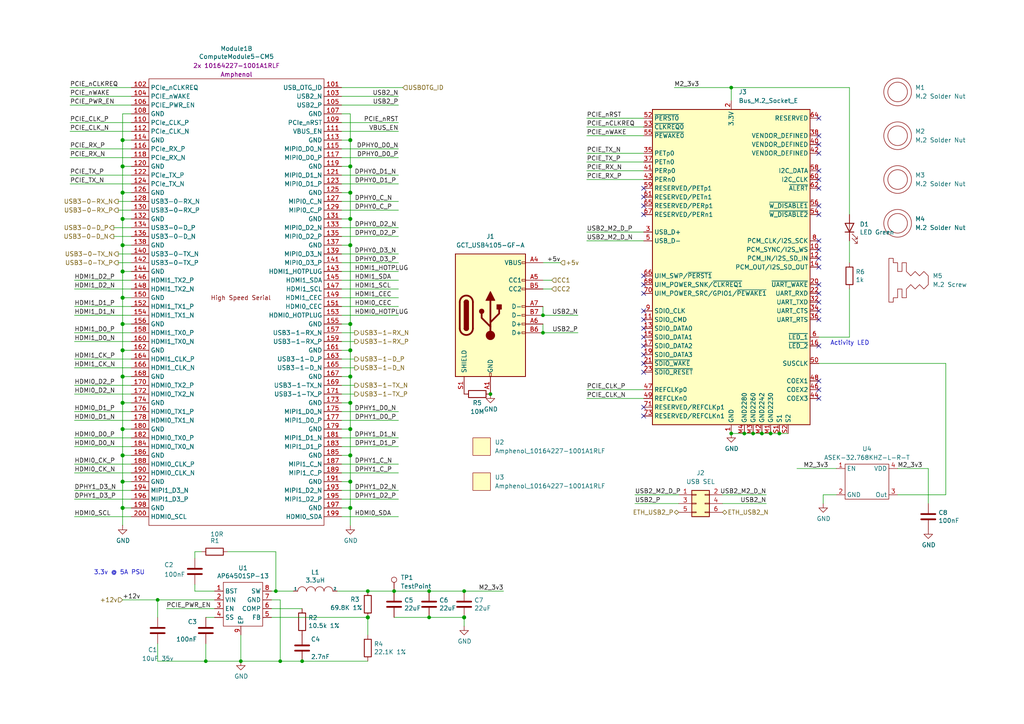
<source format=kicad_sch>
(kicad_sch (version 20250114) (generator "eeschema") (generator_version "9.0")
  (paper "A4")
  (title_block (title "Router Pi - CM5 - Highspeed") (rev "1"))
  (text "Activity LED" (at 240.792 100.33 0) (effects (font (size 1.27 1.27)) (justify left bottom)))
  (text "3.3v @ 5A PSU\n" (at 27.178 166.878 0) (effects (font (size 1.27 1.27)) (justify left bottom)))
  (junction (at 212.09 25.4))
  (junction (at 215.9 125.73))
  (junction (at 35.56 147.32) (diameter 1.016))
  (junction (at 212.09 125.73))
  (junction (at 35.56 132.08) (diameter 1.016))
  (junction (at 101.6 132.08) (diameter 1.016))
  (junction (at 81.28 191.77))
  (junction (at 226.06 125.73))
  (junction (at 35.56 71.12) (diameter 1.016))
  (junction (at 101.6 55.88) (diameter 1.016))
  (junction (at 45.72 173.99))
  (junction (at 106.68 179.07) (diameter 1.016))
  (junction (at 223.52 125.73))
  (junction (at 69.85 191.77))
  (junction (at 101.6 147.32) (diameter 1.016))
  (junction (at 134.62 179.07) (diameter 1.016))
  (junction (at 35.56 40.64) (diameter 1.016))
  (junction (at 114.3 171.45))
  (junction (at 101.6 40.64) (diameter 1.016))
  (junction (at 35.56 55.88) (diameter 1.016))
  (junction (at 101.6 101.6) (diameter 1.016))
  (junction (at 101.6 124.46) (diameter 1.016))
  (junction (at 220.98 125.73))
  (junction (at 124.46 171.45))
  (junction (at 35.56 78.74) (diameter 1.016))
  (junction (at 101.6 116.84) (diameter 1.016))
  (junction (at 142.24 114.3))
  (junction (at 124.46 179.07))
  (junction (at 35.56 48.26) (diameter 1.016))
  (junction (at 134.62 171.45))
  (junction (at 157.48 96.52))
  (junction (at 101.6 63.5) (diameter 1.016))
  (junction (at 101.6 48.26) (diameter 1.016))
  (junction (at 35.56 139.7) (diameter 1.016))
  (junction (at 101.6 139.7) (diameter 1.016))
  (junction (at 157.48 91.44))
  (junction (at 101.6 93.98) (diameter 1.016))
  (junction (at 35.56 101.6) (diameter 1.016))
  (junction (at 106.68 171.45))
  (junction (at 80.01 171.45))
  (junction (at 218.44 125.73))
  (junction (at 35.56 116.84) (diameter 1.016))
  (junction (at 59.69 191.77))
  (junction (at 35.56 86.36) (diameter 1.016))
  (junction (at 101.6 71.12) (diameter 1.016))
  (junction (at 101.6 109.22) (diameter 1.016))
  (junction (at 35.56 63.5) (diameter 1.016))
  (junction (at 35.56 93.98) (diameter 1.016))
  (junction (at 87.63 191.77))
  (junction (at 35.56 124.46) (diameter 1.016))
  (junction (at 35.56 109.22) (diameter 1.016))
  (no_connect (at 237.49 92.71))
  (no_connect (at 237.49 82.55))
  (no_connect (at 186.69 59.69))
  (no_connect (at 186.69 80.01))
  (no_connect (at 237.49 39.37))
  (no_connect (at 237.49 77.47))
  (no_connect (at 186.69 92.71))
  (no_connect (at 237.49 113.03))
  (no_connect (at 186.69 107.95))
  (no_connect (at 186.69 105.41))
  (no_connect (at 186.69 90.17))
  (no_connect (at 186.69 95.25))
  (no_connect (at 186.69 54.61))
  (no_connect (at 237.49 110.49))
  (no_connect (at 237.49 62.23))
  (no_connect (at 186.69 100.33))
  (no_connect (at 186.69 82.55))
  (no_connect (at 237.49 59.69))
  (no_connect (at 186.69 102.87))
  (no_connect (at 237.49 54.61))
  (no_connect (at 237.49 52.07))
  (no_connect (at 237.49 87.63))
  (no_connect (at 237.49 49.53))
  (no_connect (at 186.69 57.15))
  (no_connect (at 237.49 34.29))
  (no_connect (at 237.49 41.91))
  (no_connect (at 237.49 85.09))
  (no_connect (at 237.49 90.17))
  (no_connect (at 186.69 85.09))
  (no_connect (at 237.49 100.33))
  (no_connect (at 186.69 97.79))
  (no_connect (at 237.49 69.85))
  (no_connect (at 237.49 72.39))
  (no_connect (at 237.49 44.45))
  (no_connect (at 186.69 118.11))
  (no_connect (at 186.69 120.65))
  (no_connect (at 237.49 115.57))
  (no_connect (at 237.49 74.93))
  (no_connect (at 186.69 62.23))
  (wire (pts (xy 99.06 144.78) (xy 115.57 144.78)))
  (wire (pts (xy 45.72 191.77) (xy 45.72 186.69)))
  (wire (pts (xy 212.09 125.73) (xy 215.9 125.73)))
  (wire (pts (xy 21.59 111.76) (xy 38.1 111.76)))
  (wire (pts (xy 21.59 142.24) (xy 38.1 142.24)))
  (wire (pts (xy 99.06 38.1) (xy 115.57 38.1)))
  (wire (pts (xy 35.56 63.5) (xy 35.56 71.12)))
  (wire (pts (xy 157.48 88.9) (xy 157.48 91.44)))
  (wire (pts (xy 35.56 139.7) (xy 35.56 147.32)))
  (wire (pts (xy 81.28 173.99) (xy 81.28 191.77)))
  (wire (pts (xy 35.56 33.02) (xy 35.56 40.64)))
  (wire (pts (xy 35.56 86.36) (xy 35.56 93.98)))
  (wire (pts (xy 21.59 119.38) (xy 38.1 119.38)))
  (wire (pts (xy 195.58 25.4) (xy 212.09 25.4)))
  (wire (pts (xy 170.18 49.53) (xy 186.69 49.53)))
  (wire (pts (xy 246.38 62.23) (xy 246.38 25.4)))
  (wire (pts (xy 35.56 71.12) (xy 35.56 78.74)))
  (wire (pts (xy 35.56 101.6) (xy 35.56 109.22)))
  (wire (pts (xy 101.6 48.26) (xy 101.6 40.64)))
  (wire (pts (xy 56.515 161.925) (xy 56.515 160.02)))
  (wire (pts (xy 99.06 30.48) (xy 115.57 30.48)))
  (wire (pts (xy 35.56 86.36) (xy 38.1 86.36)))
  (wire (pts (xy 184.15 143.51) (xy 196.85 143.51)))
  (wire (pts (xy 114.3 179.07) (xy 124.46 179.07)))
  (wire (pts (xy 45.72 173.99) (xy 45.72 179.07)))
  (wire (pts (xy 170.18 39.37) (xy 186.69 39.37)))
  (wire (pts (xy 209.55 146.05) (xy 222.25 146.05)))
  (wire (pts (xy 35.56 109.22) (xy 35.56 116.84)))
  (wire (pts (xy 35.56 48.26) (xy 35.56 55.88)))
  (wire (pts (xy 35.56 132.08) (xy 38.1 132.08)))
  (wire (pts (xy 101.6 71.12) (xy 101.6 63.5)))
  (wire (pts (xy 99.06 119.38) (xy 115.57 119.38)))
  (wire (pts (xy 170.18 115.57) (xy 186.69 115.57)))
  (wire (pts (xy 20.32 38.1) (xy 38.1 38.1)))
  (wire (pts (xy 59.69 186.69) (xy 59.69 191.77)))
  (wire (pts (xy 35.56 109.22) (xy 38.1 109.22)))
  (wire (pts (xy 38.1 147.32) (xy 35.56 147.32)))
  (wire (pts (xy 99.06 101.6) (xy 101.6 101.6)))
  (wire (pts (xy 35.56 55.88) (xy 35.56 63.5)))
  (wire (pts (xy 21.59 114.3) (xy 38.1 114.3)))
  (wire (pts (xy 170.18 36.83) (xy 186.69 36.83)))
  (wire (pts (xy 20.32 27.94) (xy 38.1 27.94)))
  (wire (pts (xy 220.98 125.73) (xy 223.52 125.73)))
  (wire (pts (xy 99.06 40.64) (xy 101.6 40.64)))
  (wire (pts (xy 80.01 160.02) (xy 80.01 171.45)))
  (wire (pts (xy 106.68 191.77) (xy 87.63 191.77)))
  (wire (pts (xy 34.29 73.66) (xy 38.1 73.66)))
  (wire (pts (xy 80.01 171.45) (xy 85.09 171.45)))
  (wire (pts (xy 21.59 127) (xy 38.1 127)))
  (wire (pts (xy 231.14 135.89) (xy 242.57 135.89)))
  (wire (pts (xy 170.18 34.29) (xy 186.69 34.29)))
  (wire (pts (xy 33.02 66.04) (xy 38.1 66.04)))
  (wire (pts (xy 101.6 124.46) (xy 101.6 132.08)))
  (wire (pts (xy 134.62 171.45) (xy 146.05 171.45)))
  (wire (pts (xy 99.06 149.86) (xy 115.57 149.86)))
  (wire (pts (xy 246.38 25.4) (xy 212.09 25.4)))
  (wire (pts (xy 101.6 116.84) (xy 101.6 124.46)))
  (wire (pts (xy 99.06 86.36) (xy 115.57 86.36)))
  (wire (pts (xy 209.55 143.51) (xy 222.25 143.51)))
  (wire (pts (xy 21.59 129.54) (xy 38.1 129.54)))
  (wire (pts (xy 56.515 171.45) (xy 62.23 171.45)))
  (wire (pts (xy 99.06 78.74) (xy 115.57 78.74)))
  (wire (pts (xy 34.29 76.2) (xy 38.1 76.2)))
  (wire (pts (xy 97.79 171.45) (xy 106.68 171.45)))
  (wire (pts (xy 101.6 147.32) (xy 101.6 152.4)))
  (wire (pts (xy 99.06 50.8) (xy 115.57 50.8)))
  (wire (pts (xy 56.515 169.545) (xy 56.515 171.45)))
  (wire (pts (xy 38.1 43.18) (xy 20.32 43.18)))
  (wire (pts (xy 99.06 76.2) (xy 115.57 76.2)))
  (wire (pts (xy 20.32 30.48) (xy 38.1 30.48)))
  (wire (pts (xy 99.06 132.08) (xy 101.6 132.08)))
  (wire (pts (xy 48.26 176.53) (xy 62.23 176.53)))
  (wire (pts (xy 20.32 53.34) (xy 38.1 53.34)))
  (wire (pts (xy 157.48 96.52) (xy 167.64 96.52)))
  (wire (pts (xy 99.06 88.9) (xy 115.57 88.9)))
  (wire (pts (xy 35.56 63.5) (xy 38.1 63.5)))
  (wire (pts (xy 99.06 99.06) (xy 102.87 99.06)))
  (wire (pts (xy 99.06 48.26) (xy 101.6 48.26)))
  (wire (pts (xy 124.46 179.07) (xy 134.62 179.07)))
  (wire (pts (xy 21.59 99.06) (xy 38.1 99.06)))
  (wire (pts (xy 106.68 179.07) (xy 106.68 184.15)))
  (wire (pts (xy 78.74 173.99) (xy 81.28 173.99)))
  (wire (pts (xy 274.32 105.41) (xy 274.32 143.51)))
  (wire (pts (xy 38.1 45.72) (xy 20.32 45.72)))
  (wire (pts (xy 170.18 69.85) (xy 186.69 69.85)))
  (wire (pts (xy 101.6 93.98) (xy 101.6 101.6)))
  (wire (pts (xy 226.06 125.73) (xy 228.6 125.73)))
  (wire (pts (xy 35.56 116.84) (xy 35.56 124.46)))
  (wire (pts (xy 69.85 191.77) (xy 81.28 191.77)))
  (wire (pts (xy 21.59 83.82) (xy 38.1 83.82)))
  (wire (pts (xy 35.56 40.64) (xy 38.1 40.64)))
  (wire (pts (xy 38.1 139.7) (xy 35.56 139.7)))
  (wire (pts (xy 99.06 73.66) (xy 115.57 73.66)))
  (wire (pts (xy 237.49 105.41) (xy 274.32 105.41)))
  (wire (pts (xy 170.18 113.03) (xy 186.69 113.03)))
  (wire (pts (xy 99.06 45.72) (xy 115.57 45.72)))
  (wire (pts (xy 78.74 171.45) (xy 80.01 171.45)))
  (wire (pts (xy 21.59 134.62) (xy 38.1 134.62)))
  (wire (pts (xy 35.56 124.46) (xy 38.1 124.46)))
  (wire (pts (xy 124.46 171.45) (xy 134.62 171.45)))
  (wire (pts (xy 81.28 191.77) (xy 87.63 191.77)))
  (wire (pts (xy 99.06 68.58) (xy 115.57 68.58)))
  (wire (pts (xy 99.06 55.88) (xy 101.6 55.88)))
  (wire (pts (xy 99.06 58.42) (xy 115.57 58.42)))
  (wire (pts (xy 99.06 116.84) (xy 101.6 116.84)))
  (wire (pts (xy 170.18 52.07) (xy 186.69 52.07)))
  (wire (pts (xy 99.06 93.98) (xy 101.6 93.98)))
  (wire (pts (xy 78.74 179.07) (xy 106.68 179.07)))
  (wire (pts (xy 20.32 35.56) (xy 38.1 35.56)))
  (wire (pts (xy 101.6 139.7) (xy 101.6 147.32)))
  (wire (pts (xy 101.6 55.88) (xy 101.6 48.26)))
  (wire (pts (xy 20.32 25.4) (xy 38.1 25.4)))
  (wire (pts (xy 218.44 125.73) (xy 220.98 125.73)))
  (wire (pts (xy 106.68 171.45) (xy 114.3 171.45)))
  (wire (pts (xy 59.69 191.77) (xy 69.85 191.77)))
  (wire (pts (xy 99.06 134.62) (xy 115.57 134.62)))
  (wire (pts (xy 99.06 91.44) (xy 115.57 91.44)))
  (wire (pts (xy 212.09 25.4) (xy 212.09 29.21)))
  (wire (pts (xy 20.32 50.8) (xy 38.1 50.8)))
  (wire (pts (xy 99.06 66.04) (xy 115.57 66.04)))
  (wire (pts (xy 246.38 69.85) (xy 246.38 76.2)))
  (wire (pts (xy 21.59 88.9) (xy 38.1 88.9)))
  (wire (pts (xy 101.6 109.22) (xy 101.6 116.84)))
  (wire (pts (xy 69.85 184.15) (xy 69.85 191.77)))
  (wire (pts (xy 246.38 83.82) (xy 246.38 97.79)))
  (wire (pts (xy 238.76 146.05) (xy 238.76 143.51)))
  (wire (pts (xy 99.06 43.18) (xy 115.57 43.18)))
  (wire (pts (xy 38.1 106.68) (xy 21.59 106.68)))
  (wire (pts (xy 35.56 93.98) (xy 38.1 93.98)))
  (wire (pts (xy 35.56 116.84) (xy 38.1 116.84)))
  (wire (pts (xy 99.06 63.5) (xy 101.6 63.5)))
  (wire (pts (xy 38.1 33.02) (xy 35.56 33.02)))
  (wire (pts (xy 215.9 125.73) (xy 218.44 125.73)))
  (wire (pts (xy 59.69 179.07) (xy 62.23 179.07)))
  (wire (pts (xy 160.02 81.28) (xy 157.48 81.28)))
  (wire (pts (xy 170.18 67.31) (xy 186.69 67.31)))
  (wire (pts (xy 21.59 144.78) (xy 38.1 144.78)))
  (wire (pts (xy 99.06 142.24) (xy 115.57 142.24)))
  (wire (pts (xy 238.76 143.51) (xy 242.57 143.51)))
  (wire (pts (xy 35.56 71.12) (xy 38.1 71.12)))
  (wire (pts (xy 35.56 124.46) (xy 35.56 132.08)))
  (wire (pts (xy 99.06 60.96) (xy 115.57 60.96)))
  (wire (pts (xy 99.06 127) (xy 115.57 127)))
  (wire (pts (xy 160.02 83.82) (xy 157.48 83.82)))
  (wire (pts (xy 45.72 173.99) (xy 62.23 173.99)))
  (wire (pts (xy 35.56 101.6) (xy 38.1 101.6)))
  (wire (pts (xy 269.24 146.05) (xy 269.24 135.89)))
  (wire (pts (xy 34.29 60.96) (xy 38.1 60.96)))
  (wire (pts (xy 99.06 124.46) (xy 101.6 124.46)))
  (wire (pts (xy 35.56 55.88) (xy 38.1 55.88)))
  (wire (pts (xy 223.52 125.73) (xy 226.06 125.73)))
  (wire (pts (xy 99.06 96.52) (xy 102.87 96.52)))
  (wire (pts (xy 21.59 96.52) (xy 38.1 96.52)))
  (wire (pts (xy 21.59 149.86) (xy 38.1 149.86)))
  (wire (pts (xy 99.06 109.22) (xy 101.6 109.22)))
  (wire (pts (xy 99.06 81.28) (xy 115.57 81.28)))
  (wire (pts (xy 99.06 53.34) (xy 115.57 53.34)))
  (wire (pts (xy 21.59 91.44) (xy 38.1 91.44)))
  (wire (pts (xy 35.56 173.99) (xy 45.72 173.99)))
  (wire (pts (xy 35.56 132.08) (xy 35.56 139.7)))
  (wire (pts (xy 99.06 129.54) (xy 115.57 129.54)))
  (wire (pts (xy 99.06 27.94) (xy 115.57 27.94)))
  (wire (pts (xy 34.29 58.42) (xy 38.1 58.42)))
  (wire (pts (xy 101.6 40.64) (xy 101.6 33.02)))
  (wire (pts (xy 101.6 63.5) (xy 101.6 55.88)))
  (wire (pts (xy 186.69 44.45) (xy 170.18 44.45)))
  (wire (pts (xy 157.48 93.98) (xy 157.48 96.52)))
  (wire (pts (xy 134.62 179.07) (xy 134.62 181.61)))
  (wire (pts (xy 99.06 104.14) (xy 102.87 104.14)))
  (wire (pts (xy 21.59 104.14) (xy 38.1 104.14)))
  (wire (pts (xy 246.38 97.79) (xy 237.49 97.79)))
  (wire (pts (xy 99.06 106.68) (xy 102.87 106.68)))
  (wire (pts (xy 35.56 78.74) (xy 38.1 78.74)))
  (wire (pts (xy 101.6 132.08) (xy 101.6 139.7)))
  (wire (pts (xy 35.56 48.26) (xy 38.1 48.26)))
  (wire (pts (xy 99.06 35.56) (xy 115.57 35.56)))
  (wire (pts (xy 99.06 121.92) (xy 115.57 121.92)))
  (wire (pts (xy 101.6 71.12) (xy 101.6 93.98)))
  (wire (pts (xy 35.56 93.98) (xy 35.56 101.6)))
  (wire (pts (xy 269.24 135.89) (xy 260.35 135.89)))
  (wire (pts (xy 99.06 71.12) (xy 101.6 71.12)))
  (wire (pts (xy 33.02 68.58) (xy 38.1 68.58)))
  (wire (pts (xy 99.06 114.3) (xy 102.87 114.3)))
  (wire (pts (xy 157.48 91.44) (xy 167.64 91.44)))
  (wire (pts (xy 101.6 33.02) (xy 99.06 33.02)))
  (wire (pts (xy 56.515 160.02) (xy 58.42 160.02)))
  (wire (pts (xy 66.04 160.02) (xy 80.01 160.02)))
  (wire (pts (xy 45.72 191.77) (xy 59.69 191.77)))
  (wire (pts (xy 21.59 81.28) (xy 38.1 81.28)))
  (wire (pts (xy 101.6 101.6) (xy 101.6 109.22)))
  (wire (pts (xy 21.59 121.92) (xy 38.1 121.92)))
  (wire (pts (xy 99.06 83.82) (xy 115.57 83.82)))
  (wire (pts (xy 35.56 78.74) (xy 35.56 86.36)))
  (wire (pts (xy 184.15 146.05) (xy 196.85 146.05)))
  (wire (pts (xy 35.56 147.32) (xy 35.56 152.4)))
  (wire (pts (xy 87.63 176.53) (xy 78.74 176.53)))
  (wire (pts (xy 170.18 46.99) (xy 186.69 46.99)))
  (wire (pts (xy 99.06 147.32) (xy 101.6 147.32)))
  (wire (pts (xy 35.56 40.64) (xy 35.56 48.26)))
  (wire (pts (xy 99.06 139.7) (xy 101.6 139.7)))
  (wire (pts (xy 21.59 137.16) (xy 38.1 137.16)))
  (wire (pts (xy 114.3 171.45) (xy 124.46 171.45)))
  (wire (pts (xy 99.06 137.16) (xy 115.57 137.16)))
  (wire (pts (xy 274.32 143.51) (xy 260.35 143.51)))
  (wire (pts (xy 99.06 111.76) (xy 102.87 111.76)))
  (wire (pts (xy 116.84 25.4) (xy 99.06 25.4)))
  (wire (pts (xy 162.56 76.2) (xy 157.48 76.2)))
  (label "HDMI0_D1_N" (at 21.59 121.92 0))
  (label "DPHY1_D3_P" (at 21.59 144.78 0))
  (label "PCIE_nCLKREQ" (at 170.18 36.83 0))
  (label "DPHY0_D1_P" (at 114.935 53.34 180))
  (label "M2_3v3" (at 195.58 25.4 0))
  (label "HDMI1_CEC" (at 102.87 86.36 0))
  (label "VBUS_EN" (at 115.57 38.1 180))
  (label "USB2_M2_D_N" (at 222.25 143.51 180))
  (label "PCIE_CLK_N" (at 170.18 115.57 0))
  (label "DPHY0_D0_P" (at 115.57 45.72 180))
  (label "DPHY1_C_N" (at 102.87 134.62 0))
  (label "PCIE_TX_P" (at 170.18 46.99 0))
  (label "USB2_P" (at 115.57 30.48 180))
  (label "HDMI1_D1_P" (at 21.59 88.9 0))
  (label "USB2_N" (at 222.25 146.05 180))
  (label "+5v" (at 162.56 76.2 180))
  (label "HDMI0_D2_P" (at 21.59 111.76 0))
  (label "DPHY1_D2_N" (at 102.87 142.24 0))
  (label "USB2_P" (at 167.64 96.52 180))
  (label "PCIE_RX_N" (at 20.32 45.72 0))
  (label "HDMI0_CK_P" (at 21.59 134.62 0))
  (label "HDMI1_D0_P" (at 21.59 96.52 0))
  (label "+12v" (at 35.56 173.99 0))
  (label "USB2_M2_D_P" (at 170.18 67.31 0))
  (label "DPHY0_D3_P" (at 114.935 76.2 180))
  (label "PCIE_TX_N" (at 170.18 44.45 0))
  (label "PCIE_CLK_P" (at 20.32 35.56 0))
  (label "PCIE_nWAKE" (at 20.32 27.94 0))
  (label "HDMI1_D2_N" (at 21.59 83.82 0))
  (label "DPHY0_C_P" (at 102.87 60.96 0))
  (label "USB2_N" (at 167.64 91.44 180))
  (label "DPHY1_C_P" (at 102.87 137.16 0))
  (label "HDMI0_CK_N" (at 21.59 137.16 0))
  (label "HDMI0_CEC" (at 102.87 88.9 0))
  (label "HDMI0_D2_N" (at 21.59 114.3 0))
  (label "HDMI1_D0_N" (at 21.59 99.06 0))
  (label "DPHY1_D1_N" (at 114.935 127 180))
  (label "PCIE_PWR_EN" (at 48.26 176.53 0))
  (label "USB2_N" (at 115.57 27.94 180))
  (label "PCIE_TX_N" (at 20.32 53.34 0))
  (label "DPHY0_D2_N" (at 102.87 66.04 0))
  (label "PCIE_TX_P" (at 20.32 50.8 0))
  (label "HDMI0_D1_P" (at 21.59 119.38 0))
  (label "M2_3v3" (at 146.05 171.45 180))
  (label "DPHY0_D3_N" (at 114.935 73.66 180))
  (label "HDMI0_D0_P" (at 21.59 127 0))
  (label "USB2_M2_D_N" (at 170.18 69.85 0))
  (label "DPHY0_D2_P" (at 102.87 68.58 0))
  (label "HDMI1_D1_N" (at 21.59 91.44 0))
  (label "PCIE_PWR_EN" (at 20.32 30.48 0))
  (label "PCIE_nWAKE" (at 170.18 39.37 0))
  (label "DPHY0_D1_N" (at 114.935 50.8 180))
  (label "PCIE_nCLKREQ" (at 20.32 25.4 0))
  (label "USB2_P" (at 184.15 146.05 0))
  (label "HDMI1_CK_P" (at 21.59 104.14 0))
  (label "HDMI1_HOTPLUG" (at 102.87 78.74 0))
  (label "HDMI1_SCL" (at 102.87 83.82 0))
  (label "PCIE_CLK_N" (at 20.32 38.1 0))
  (label "HDMI0_SCL" (at 21.59 149.86 0))
  (label "DPHY1_D0_N" (at 114.935 119.38 180))
  (label "DPHY1_D0_P" (at 114.935 121.92 180))
  (label "PCIE_RX_N" (at 170.18 49.53 0))
  (label "DPHY1_D2_P" (at 102.87 144.78 0))
  (label "PCIE_nRST" (at 115.57 35.56 180))
  (label "PCIE_CLK_P" (at 170.18 113.03 0))
  (label "DPHY1_D1_P" (at 114.935 129.54 180))
  (label "M2_3v3" (at 233.045 135.89 0))
  (label "HDMI1_D2_P" (at 21.59 81.28 0))
  (label "HDMI0_HOTPLUG" (at 102.87 91.44 0))
  (label "DPHY0_D0_N" (at 115.57 43.18 180))
  (label "HDMI0_D0_N" (at 21.59 129.54 0))
  (label "M2_3v3" (at 260.35 135.89 0))
  (label "HDMI0_SDA" (at 102.87 149.86 0))
  (label "PCIE_RX_P" (at 20.32 43.18 0))
  (label "PCIE_RX_P" (at 170.18 52.07 0))
  (label "HDMI1_CK_N" (at 21.59 106.68 0))
  (label "USB2_M2_D_P" (at 184.15 143.51 0))
  (label "DPHY0_C_N" (at 102.87 58.42 0))
  (label "DPHY1_D3_N" (at 21.59 142.24 0))
  (label "PCIE_nRST" (at 170.18 34.29 0))
  (label "HDMI1_SDA" (at 102.87 81.28 0))
  (hierarchical_label "USB3-0-TX_P" (shape output) (at 34.29 76.2 180))
  (hierarchical_label "USBOTG_ID" (shape input) (at 116.84 25.4 0))
  (hierarchical_label "CC2" (shape input) (at 160.02 83.82 0))
  (hierarchical_label "+12v" (shape input) (at 35.56 173.99 180))
  (hierarchical_label "USB3-1-RX_N" (shape output) (at 102.87 96.52 0))
  (hierarchical_label "USB3-1-TX_P" (shape output) (at 102.87 114.3 0))
  (hierarchical_label "+5v" (shape input) (at 162.56 76.2 0))
  (hierarchical_label "USB3-1-D_N" (shape output) (at 102.87 106.68 0))
  (hierarchical_label "USB3-1-TX_N" (shape output) (at 102.87 111.76 0))
  (hierarchical_label "USB3-1-RX_P" (shape output) (at 102.87 99.06 0))
  (hierarchical_label "CC1" (shape input) (at 160.02 81.28 0))
  (hierarchical_label "USB3-0-D_N" (shape output) (at 33.02 68.58 180))
  (hierarchical_label "USB3-0-TX_N" (shape output) (at 34.29 73.66 180))
  (hierarchical_label "ETH_USB2_P" (shape bidirectional) (at 196.85 148.59 180))
  (hierarchical_label "USB3-0-D_P" (shape output) (at 33.02 66.04 180))
  (hierarchical_label "USB3-1-D_P" (shape output) (at 102.87 104.14 0))
  (hierarchical_label "USB3-0-RX_P" (shape output) (at 34.29 60.96 180))
  (hierarchical_label "ETH_USB2_N" (shape bidirectional) (at 209.55 148.59 0))
  (hierarchical_label "USB3-0-RX_N" (shape output) (at 34.29 58.42 180))
  (symbol (lib_id "power:GND") (at 101.6 152.4 0) (unit 1)
    (property "Reference" "#PWR03" (effects (hide yes)))
    (property "Value" "GND" (at 101.727 156.7942 0))
    (property "Description" "Power symbol creates a global label with name \"GND\" , ground" (effects (hide yes)))
  )
  (symbol (lib_id "power:GND") (at 35.56 152.4 0) (unit 1)
    (property "Reference" "#PWR01" (effects (hide yes)))
    (property "Value" "GND" (at 35.687 156.7942 0))
    (property "Description" "Power symbol creates a global label with name \"GND\" , ground" (effects (hide yes)))
  )
  (symbol (lib_id "CM5IO:ComputeModule5-CM5") (at -71.12 86.36 0) (unit 2)
    (property "Reference" "Module1" (at 68.58 14.097 0))
    (property "Value" "ComputeModule5-CM5" (at 68.58 16.4084 0))
    (property "Footprint" "CM5IO:Raspberry-Pi-5-Compute-Module" (effects (hide yes)))
    (property "Description" "RaspberryPi Compute module 5" (effects (hide yes)))
    (property "Field4" "Amphenol" (at 68.58 21.59 0))
    (property "Field5" "2x 10164227-1001A1RLF" (at 68.58 19.05 0))
    (property "Field6" "2x 10164227-1001A1RLF" (effects (hide yes)))
    (property "Field7" "Hirose" (effects (hide yes)))
    (property "Part Description" "	100 Position Connector Receptacle, Center Strip Contacts Surface Mount Gold" (effects (hide yes)))
  )
  (symbol (lib_id "Device:R") (at 106.68 187.96 0) (unit 1)
    (property "Reference" "R4" (at 108.458 186.7916 0) (effects (justify left)))
    (property "Value" "22.1K 1%" (at 108.458 189.103 0) (effects (justify left)))
    (property "Footprint" "Resistor_SMD:R_0603_1608Metric_Pad0.98x0.95mm_HandSolder" (effects (hide yes)))
    (property "Datasheet" "https://fscdn.rohm.com/en/products/databook/datasheet/passive/resistor/chip_resistor/mcr-e.pdf" (effects (hide yes)))
    (property "Field4" "Farnell" (effects (hide yes)))
    (property "Field5" "9239278" (effects (hide yes)))
    (property "Field6" "RK73G1ETQTP2201D         " (effects (hide yes)))
    (property "Field7" "KOA EUROPE GMBH" (effects (hide yes)))
    (property "Part Description" "Resistor 2.2K M1005 1% 63mW" (effects (hide yes)))
    (property "Field8" "120889581" (effects (hide yes)))
  )
  (symbol (lib_id "Device:C") (at 114.3 175.26 0) (unit 1)
    (property "Reference" "C5" (at 117.221 174.0916 0) (effects (justify left)))
    (property "Value" "22uF" (at 117.221 176.403 0) (effects (justify left)))
    (property "Footprint" "Capacitor_SMD:C_0805_2012Metric" (effects (hide yes)))
    (property "Datasheet" "https://search.murata.co.jp/Ceramy/image/img/A01X/G101/ENG/GRM21BR71A106KA73-01.pdf" (effects (hide yes)))
    (property "Field5" "490-14381-1-ND" (effects (hide yes)))
    (property "Field4" "Digikey" (effects (hide yes)))
    (property "Field6" "GRM21BR71A106KA73L" (effects (hide yes)))
    (property "Field7" "Murata" (effects (hide yes)))
    (property "Part Description" "	10uF 10% 10V Ceramic Capacitor X7R 0805 (2012 Metric)" (effects (hide yes)))
    (property "Field8" "111893011" (effects (hide yes)))
  )
  (symbol (lib_id "Device:C") (at 45.72 182.88 0) (unit 1)
    (property "Reference" "C1" (at 42.926 188.468 0) (effects (justify left)))
    (property "Value" "10uF 35v" (at 41.148 191.008 0) (effects (justify left)))
    (property "Footprint" "Capacitor_SMD:C_0805_2012Metric" (effects (hide yes)))
    (property "Datasheet" "https://www.murata.com/en-global/products/productdetail.aspx?partno=GRM21BC8YA106ME11%23" (effects (hide yes)))
    (property "Field5" "490-10505-1-ND" (effects (hide yes)))
    (property "Field4" "Digikey" (effects (hide yes)))
    (property "Field6" "GRM21BC8YA106KE11L " (effects (hide yes)))
    (property "Field7" "Murata" (effects (hide yes)))
    (property "Part Description" "	10uF 10% or 20% 35V Ceramic Capacitor X6S 0805 (2012 Metric)" (effects (hide yes)))
  )
  (symbol (lib_id "Device:C") (at 134.62 175.26 0) (unit 1)
    (property "Reference" "C7" (at 137.541 174.0916 0) (effects (justify left)))
    (property "Value" "22uF" (at 137.541 176.403 0) (effects (justify left)))
    (property "Footprint" "Capacitor_SMD:C_0805_2012Metric" (effects (hide yes)))
    (property "Datasheet" "https://search.murata.co.jp/Ceramy/image/img/A01X/G101/ENG/GRM21BR71A106KA73-01.pdf" (effects (hide yes)))
    (property "Field5" "490-14381-1-ND" (effects (hide yes)))
    (property "Field4" "Digikey" (effects (hide yes)))
    (property "Field6" "GRM21BR71A106KA73L" (effects (hide yes)))
    (property "Field7" "Murata" (effects (hide yes)))
    (property "Part Description" "	10uF 10% 10V Ceramic Capacitor X7R 0805 (2012 Metric)" (effects (hide yes)))
    (property "Field8" "111893011" (effects (hide yes)))
  )
  (symbol (lib_id "pspice:INDUCTOR") (at 91.44 171.45 0) (unit 1)
    (property "Reference" "L1" (at 91.44 165.989 0))
    (property "Value" "3.3uH" (at 91.44 168.3004 0))
    (property "Footprint" "Inductor_SMD:L_Bourns_SRN8040TA" (effects (hide yes)))
    (property "Field4" "Farnell" (effects (hide yes)))
    (property "Field5" "2616889" (effects (hide yes)))
    (property "Field6" "SRN6045TA-3R3Y" (effects (hide yes)))
    (property "Field7" "Bourns" (effects (hide yes)))
    (property "Part Description" "3.3µH Semi-Shielded Wirewound Inductor 7.8A 21mOhm Nonstandard" (effects (hide yes)))
  )
  (symbol (lib_id "ROUTER-PI:Amphenol_10164227-1001A1RLF") (at 139.7 129.54 0) (unit 1)
    (property "Reference" "U2" (at 143.51 128.2699 0) (effects (justify left)))
    (property "Value" "Amphenol_10164227-1001A1RLF" (at 143.51 130.8099 0) (effects (justify left)))
    (property "Footprint" "RouterPi:Amphenol_10164227-1001A1RLF_placeholder" (effects (hide yes)))
  )
  (symbol (lib_id "power:GND") (at 134.62 181.61 0) (unit 1)
    (property "Reference" "#PWR04" (effects (hide yes)))
    (property "Value" "GND" (at 134.747 186.0042 0))
  )
  (symbol (lib_id "CM5IO:SolderNut") (at 260.35 52.07 0) (unit 1) (exclude_from_sim yes) (on_board no)
    (property "Reference" "M3" (at 265.43 50.7999 0) (effects (justify left)))
    (property "Value" "M.2 Solder Nut" (at 265.43 53.3399 0) (effects (justify left)))
    (property "Part Description" "Solder nut for M.2 slot" (effects (hide yes)))
  )
  (symbol (lib_id "power:GND") (at 142.24 114.3 0) (unit 1)
    (property "Reference" "#PWR05" (effects (hide yes)))
    (property "Value" "GND" (at 142.367 118.6942 0))
    (property "Description" "Power symbol creates a global label with name \"GND\" , ground" (effects (hide yes)))
  )
  (symbol (lib_id "Device:C") (at 124.46 175.26 0) (unit 1)
    (property "Reference" "C6" (at 127.381 174.0916 0) (effects (justify left)))
    (property "Value" "22uF" (at 127.381 176.403 0) (effects (justify left)))
    (property "Footprint" "Capacitor_SMD:C_0805_2012Metric" (effects (hide yes)))
    (property "Datasheet" "https://search.murata.co.jp/Ceramy/image/img/A01X/G101/ENG/GRM21BR71A106KA73-01.pdf" (effects (hide yes)))
    (property "Field5" "490-14381-1-ND" (effects (hide yes)))
    (property "Field4" "Digikey" (effects (hide yes)))
    (property "Field6" "GRM21BR71A106KA73L" (effects (hide yes)))
    (property "Field7" "Murata" (effects (hide yes)))
    (property "Part Description" "	10uF 10% 10V Ceramic Capacitor X7R 0805 (2012 Metric)" (effects (hide yes)))
    (property "Field8" "111893011" (effects (hide yes)))
  )
  (symbol (lib_id "Device:C") (at 59.69 182.88 0) (mirror y) (unit 1)
    (property "Reference" "C3" (at 57.15 180.34 0) (effects (justify left)))
    (property "Value" "100nF" (at 57.15 185.42 0) (effects (justify left)))
    (property "Footprint" "Capacitor_SMD:C_0603_1608Metric_Pad1.08x0.95mm_HandSolder" (effects (hide yes)))
    (property "Datasheet" "https://search.murata.co.jp/Ceramy/image/img/A01X/G101/ENG/GRM155R71C104KA88-01.pdf" (effects (hide yes)))
    (property "Field4" "Farnell" (effects (hide yes)))
    (property "Field5" "2611911" (effects (hide yes)))
    (property "Field6" "RM EMK105 B7104KV-F" (effects (hide yes)))
    (property "Field7" "TAIYO YUDEN EUROPE GMBH" (effects (hide yes)))
    (property "Part Description" "	0.1uF 10% 16V Ceramic Capacitor X7R 0402 (1005 Metric)" (effects (hide yes)))
    (property "Field8" "110091611" (effects (hide yes)))
  )
  (symbol (lib_id "Device:C") (at 56.515 165.735 0) (unit 1)
    (property "Reference" "C2" (at 47.625 163.83 0) (effects (justify left)))
    (property "Value" "100nF" (at 47.625 166.624 0) (effects (justify left)))
    (property "Footprint" "Capacitor_SMD:C_0603_1608Metric_Pad1.08x0.95mm_HandSolder" (effects (hide yes)))
    (property "Datasheet" "https://search.murata.co.jp/Ceramy/image/img/A01X/G101/ENG/GRM155R71C104KA88-01.pdf" (effects (hide yes)))
    (property "Field4" "Farnell" (effects (hide yes)))
    (property "Field5" "2611911" (effects (hide yes)))
    (property "Field6" "RM EMK105 B7104KV-F" (effects (hide yes)))
    (property "Field7" "TAIYO YUDEN EUROPE GMBH" (effects (hide yes)))
    (property "Part Description" "	0.1uF 10% 16V Ceramic Capacitor X7R 0402 (1005 Metric)" (effects (hide yes)))
    (property "Field8" "110091611" (effects (hide yes)))
  )
  (symbol (lib_id "Device:R") (at 62.23 160.02 270) (unit 1)
    (property "Reference" "R1" (at 60.96 156.845 90) (effects (justify left)))
    (property "Value" "10R" (at 60.96 154.94 90) (effects (justify left)))
    (property "Footprint" "Resistor_SMD:R_0603_1608Metric_Pad0.98x0.95mm_HandSolder" (effects (hide yes)))
    (property "Datasheet" "https://fscdn.rohm.com/en/products/databook/datasheet/passive/resistor/chip_resistor/mcr-e.pdf" (effects (hide yes)))
    (property "Field4" "Farnell" (effects (hide yes)))
    (property "Field5" "9238999" (effects (hide yes)))
    (property "Field7" "Yageo" (effects (hide yes)))
    (property "Field6" "RC0402FR-0710RL" (effects (hide yes)))
    (property "Field8" "URES00256" (effects (hide yes)))
    (property "Part Description" "Resistor 10R M1005 1% 63mW" (effects (hide yes)))
  )
  (symbol (lib_id "Device:R") (at 246.38 80.01 0) (unit 1)
    (property "Reference" "R6" (at 248.158 78.8416 0) (effects (justify left)))
    (property "Value" "1k" (at 248.158 81.153 0) (effects (justify left)))
    (property "Footprint" "Resistor_SMD:R_0603_1608Metric_Pad0.98x0.95mm_HandSolder" (effects (hide yes)))
    (property "Datasheet" "https://fscdn.rohm.com/en/products/databook/datasheet/passive/resistor/chip_resistor/mcr-e.pdf" (effects (hide yes)))
    (property "Field4" "Farnell" (effects (hide yes)))
    (property "Field5" "9239235" (effects (hide yes)))
    (property "Field7" "KOA EUROPE GMBH" (effects (hide yes)))
    (property "Field6" "RK73H1ETTP1001F" (effects (hide yes)))
    (property "Part Description" "Resistor 1K M1005 1% 63mW" (effects (hide yes)))
    (property "Field8" "125049511" (effects (hide yes)))
  )
  (symbol (lib_id "power:GND") (at 269.24 153.67 0) (unit 1)
    (property "Reference" "#PWR08" (effects (hide yes)))
    (property "Value" "GND" (at 269.367 158.0642 0))
    (property "Description" "Power symbol creates a global label with name \"GND\" , ground" (effects (hide yes)))
  )
  (symbol (lib_id "ROUTER-PI:Amphenol_10164227-1001A1RLF") (at 139.7 139.7 0) (unit 1)
    (property "Reference" "U3" (at 143.51 138.4299 0) (effects (justify left)))
    (property "Value" "Amphenol_10164227-1001A1RLF" (at 143.51 140.9699 0) (effects (justify left)))
    (property "Footprint" "RouterPi:Amphenol_10164227-1001A1RLF_placeholder" (effects (hide yes)))
  )
  (symbol (lib_id "Device:R") (at 87.63 180.34 0) (unit 1)
    (property "Reference" "R2" (at 89.408 179.1716 0) (effects (justify left)))
    (property "Value" "10.5k 1%" (at 89.408 181.483 0) (effects (justify left)))
    (property "Footprint" "Resistor_SMD:R_0603_1608Metric_Pad0.98x0.95mm_HandSolder" (effects (hide yes)))
    (property "Datasheet" "https://fscdn.rohm.com/en/products/databook/datasheet/passive/resistor/chip_resistor/mcr-e.pdf" (effects (hide yes)))
    (property "Field4" "Farnell" (effects (hide yes)))
    (property "Field5" "2331485" (effects (hide yes)))
    (property "Field7" "KOA EUROPE GMBH" (effects (hide yes)))
    (property "Field6" "RK73H1ETTP2002F" (effects (hide yes)))
    (property "Part Description" "Resistor 20K M1005 1% 63mW" (effects (hide yes)))
  )
  (symbol (lib_id "CM4IO:AP64351") (at 69.85 173.99 0) (unit 1)
    (property "Reference" "U1" (at 70.485 164.7444 0))
    (property "Value" "AP64501SP-13" (at 70.485 167.0558 0))
    (property "Footprint" "Package_SO:SOIC-8-1EP_3.9x4.9mm_P1.27mm_EP2.95x4.9mm_Mask2.71x3.4mm" (effects (hide yes)))
    (property "Datasheet" "https://www.diodes.com/assets/Datasheets/AP64501.pdf" (effects (hide yes)))
    (property "Field4" "Digikey" (effects (hide yes)))
    (property "Field5" "31-AP64501SP-13CT-ND" (effects (hide yes)))
    (property "Field6" "AP64501SP-13" (effects (hide yes)))
    (property "Field7" "Diodes" (effects (hide yes)))
    (property "Part Description" "Buck Switching Regulator IC Positive Adjustable 0.8V 1 Output 5A 8-SOIC (0.154\", 3.90mm Width) Exposed Pad" (effects (hide yes)))
  )
  (symbol (lib_id "Device:R") (at 106.68 175.26 0) (unit 1)
    (property "Reference" "R3" (at 101.6 173.863 0) (effects (justify left)))
    (property "Value" "69.8K 1%" (at 95.758 176.276 0) (effects (justify left)))
    (property "Footprint" "Resistor_SMD:R_0603_1608Metric_Pad0.98x0.95mm_HandSolder" (effects (hide yes)))
    (property "Datasheet" "https://fscdn.rohm.com/en/products/databook/datasheet/passive/resistor/chip_resistor/mcr-e.pdf" (effects (hide yes)))
    (property "Field4" "Farnell" (effects (hide yes)))
    (property "Field5" "9239367" (effects (hide yes)))
    (property "Field7" "Rohm" (effects (hide yes)))
    (property "Field6" "MCR01MZPF1202" (effects (hide yes)))
    (property "Part Description" "Resistor 12K M1005 1% 63mW" (effects (hide yes)))
  )
  (symbol (lib_id "Device:C") (at 269.24 149.86 0) (unit 1)
    (property "Reference" "C8" (at 272.161 148.6916 0) (effects (justify left)))
    (property "Value" "100nF" (at 272.161 151.003 0) (effects (justify left)))
    (property "Footprint" "Capacitor_SMD:C_0603_1608Metric_Pad1.08x0.95mm_HandSolder" (effects (hide yes)))
    (property "Datasheet" "https://search.murata.co.jp/Ceramy/image/img/A01X/G101/ENG/GRM155R71C104KA88-01.pdf" (effects (hide yes)))
    (property "Field4" "Farnell" (effects (hide yes)))
    (property "Field5" "2611911" (effects (hide yes)))
    (property "Field6" "RM EMK105 B7104KV-F" (effects (hide yes)))
    (property "Field7" "TAIYO YUDEN EUROPE GMBH" (effects (hide yes)))
    (property "Field8" "110091611" (effects (hide yes)))
    (property "Part Description" "	0.1uF 10% 16V Ceramic Capacitor X7R 0402 (1005 Metric)" (effects (hide yes)))
  )
  (symbol (lib_id "CM5IO:SolderNut") (at 260.35 39.37 0) (unit 1) (exclude_from_sim yes) (on_board no)
    (property "Reference" "M2" (at 265.43 38.0999 0) (effects (justify left)))
    (property "Value" "M.2 Solder Nut" (at 265.43 40.6399 0) (effects (justify left)))
    (property "Part Description" "Solder nut for M.2 slot" (effects (hide yes)))
  )
  (symbol (lib_id "power:GND") (at 69.85 191.77 0) (unit 1)
    (property "Reference" "#PWR02" (effects (hide yes)))
    (property "Value" "GND" (at 69.977 196.1642 0))
  )
  (symbol (lib_id "CM5IO:M.2_Screw") (at 262.89 81.28 0) (unit 1) (on_board no)
    (property "Reference" "M5" (at 270.51 80.0099 0) (effects (justify left)))
    (property "Value" "M.2 Screw" (at 270.51 82.5499 0) (effects (justify left)))
    (property "Part Description" "M.2 Screw" (effects (hide yes)))
  )
  (symbol (lib_id "Device:LED") (at 246.38 66.04 90) (unit 1)
    (property "Reference" "D1" (at 249.3518 65.0494 90) (effects (justify right)))
    (property "Value" "LED Green" (at 249.3518 67.3608 90) (effects (justify right)))
    (property "Footprint" "LED_SMD:LED_0603_1608Metric" (effects (hide yes)))
    (property "Datasheet" "http://optoelectronics.liteon.com/upload/download/DS22-2000-226/LTST-S270KGKT.pdf" (effects (hide yes)))
    (property "Field4" "Digikey " (effects (hide yes)))
    (property "Field5" "LTST-S270KGKT" (effects (hide yes)))
    (property "Field6" "SML-A12M8TT86N" (effects (hide yes)))
    (property "Field7" "Rohm" (effects (hide yes)))
    (property "Field8" "650263301" (effects (hide yes)))
    (property "Part Description" "	Green 572nm LED Indication - Discrete 2.2V 2-SMD, No Lead" (effects (hide yes)))
  )
  (symbol (lib_id "Connector_Generic:Conn_02x03_Odd_Even") (at 201.93 146.05 0) (unit 1)
    (property "Reference" "J2" (at 203.2 137.16 0))
    (property "Value" "USB SEL" (at 203.2 139.7 0))
    (property "Footprint" "Connector_PinHeader_2.54mm:PinHeader_2x03_P2.54mm_Vertical" (effects (hide yes)))
    (property "Description" "Generic connector, double row, 02x03, odd/even pin numbering scheme (row 1 odd numbers, row 2 even numbers), script generated (kicad-library-utils/schlib/autogen/connector/)" (effects (hide yes)))
  )
  (symbol (lib_id "CM5IO:SolderNut") (at 260.35 26.67 0) (unit 1) (exclude_from_sim yes) (on_board no)
    (property "Reference" "M1" (at 265.43 25.3999 0) (effects (justify left)))
    (property "Value" "M.2 Solder Nut" (at 265.43 27.9399 0) (effects (justify left)))
    (property "Part Description" "Solder nut for M.2 slot" (effects (hide yes)))
  )
  (symbol (lib_id "Device:R") (at 138.43 114.3 270) (unit 1)
    (property "Reference" "R5" (at 138.43 116.84 90))
    (property "Value" "10M" (at 138.43 119.38 90))
    (property "Footprint" "Resistor_SMD:R_0603_1608Metric_Pad0.98x0.95mm_HandSolder" (effects (hide yes)))
    (property "Description" "Resistor" (effects (hide yes)))
  )
  (symbol (lib_id "ROUTER-PI:Bus_m.2_Socket_E") (at 212.09 77.47 0) (unit 1)
    (property "Reference" "J3" (at 214.2333 26.67 0) (effects (justify left)))
    (property "Value" "Bus_M.2_Socket_E" (at 214.2333 29.21 0) (effects (justify left)))
    (property "Footprint" "RouterPi:AMPHENOL_MDT420E03001" (effects (hide yes)))
    (property "Datasheet" "https://web.archive.org/web/20200613074028/http://read.pudn.com/downloads794/doc/project/3133918/PCIe_M.2_Electromechanical_Spec_Rev1.0_Final_11012013_RS_Clean.pdf#page=150" (effects (hide yes)))
    (property "Description" "M.2 Socket 1-SD Mechanical Key E" (effects (hide yes)))
  )
  (symbol (lib_id "CM5IO:SolderNut") (at 260.35 64.77 0) (unit 1) (exclude_from_sim yes) (on_board no)
    (property "Reference" "M4" (at 265.43 63.4999 0) (effects (justify left)))
    (property "Value" "M.2 Solder Nut" (at 265.43 66.0399 0) (effects (justify left)))
    (property "Part Description" "Solder nut for M.2 slot" (effects (hide yes)))
  )
  (symbol (lib_id "CM5IO:ASEK-32.768KHZ-L-R-T") (at 251.46 139.7 0) (unit 1)
    (property "Reference" "U4" (at 251.46 130.175 0))
    (property "Value" "ASEK-32.768KHZ-L-R-T" (at 251.46 132.715 0))
    (property "Footprint" "Crystal:Crystal_SMD_3225-4Pin_3.2x2.5mm" (effects (hide yes)))
    (property "Datasheet" "https://abracon.com/Oscillators/ASEK.pdf" (effects (hide yes)))
    (property "Field5" "ASEK-32.768KHZ-L-R-T" (effects (hide yes)))
    (property "Field6" "ASEK-32.768KHZ-L-R-T" (effects (hide yes)))
    (property "Field7" "abracon" (effects (hide yes)))
    (property "Part Description" "32KHz Xtal oscilator" (effects (hide yes)))
  )
  (symbol (lib_id "power:GND") (at 212.09 125.73 0) (unit 1)
    (property "Reference" "#PWR06" (effects (hide yes)))
    (property "Value" "GND" (at 212.217 130.1242 0))
    (property "Description" "Power symbol creates a global label with name \"GND\" , ground" (effects (hide yes)))
  )
  (symbol (lib_id "Connector:USB_C_Receptacle_USB2.0_14P") (at 142.24 91.44 0) (unit 1)
    (property "Reference" "J1" (at 142.24 68.58 0))
    (property "Value" "GCT_USB4105-GF-A" (at 142.24 71.12 0))
    (property "Footprint" "Connector_USB:USB_C_Receptacle_GCT_USB4105-xx-A_16P_TopMnt_Horizontal" (effects (hide yes)))
    (property "Datasheet" "https://www.usb.org/sites/default/files/documents/usb_type-c.zip" (effects (hide yes)))
    (property "Description" "USB 2.0-only 14P Type-C Receptacle connector" (effects (hide yes)))
  )
  (symbol (lib_id "Device:C") (at 87.63 187.96 0) (unit 1)
    (property "Reference" "C4" (at 90.17 185.42 0) (effects (justify left)))
    (property "Value" "2.7nF" (at 90.17 190.5 0) (effects (justify left)))
    (property "Footprint" "Capacitor_SMD:C_0603_1608Metric_Pad1.08x0.95mm_HandSolder" (effects (hide yes)))
    (property "Datasheet" "http://www.farnell.com/datasheets/2734135.pdf?_ga=2.259347658.1738794919.1588350964-1787849031.1568210898&_gac=1.15394434.1588350964.EAIaIQobChMIgrHHs4yT6QIVxevtCh39TA_nEAAYASAAEgK8PfD_BwE" (effects (hide yes)))
    (property "Field4" "Digikey" (effects (hide yes)))
    (property "Field5" "490-16429-1-ND" (effects (hide yes)))
    (property "Field6" "GCM155R71H122KA37D" (effects (hide yes)))
    (property "Field7" "Murata" (effects (hide yes)))
    (property "Part Description" "1200pF 10% 10V Ceramic Capacitor X5R 0402 (1005 Metric)" (effects (hide yes)))
  )
  (symbol (lib_id "Connector:TestPoint") (at 114.3 171.45 0) (unit 1)
    (property "Reference" "TP1" (at 116.205 167.513 0) (effects (justify left)))
    (property "Value" "TestPoint" (at 116.205 170.053 0) (effects (justify left)))
    (property "Footprint" "TestPoint:TestPoint_Pad_2.0x2.0mm" (effects (hide yes)))
    (property "Field4" "nf" (effects (hide yes)))
    (property "Field5" "nf" (effects (hide yes)))
    (property "Field6" "nf" (effects (hide yes)))
    (property "Field7" "nf" (effects (hide yes)))
  )
  (symbol (lib_id "power:GND") (at 238.76 146.05 0) (unit 1)
    (property "Reference" "#PWR07" (effects (hide yes)))
    (property "Value" "GND" (at 238.887 150.4442 0))
    (property "Description" "Power symbol creates a global label with name \"GND\" , ground" (effects (hide yes)))
  )
)
</source>
